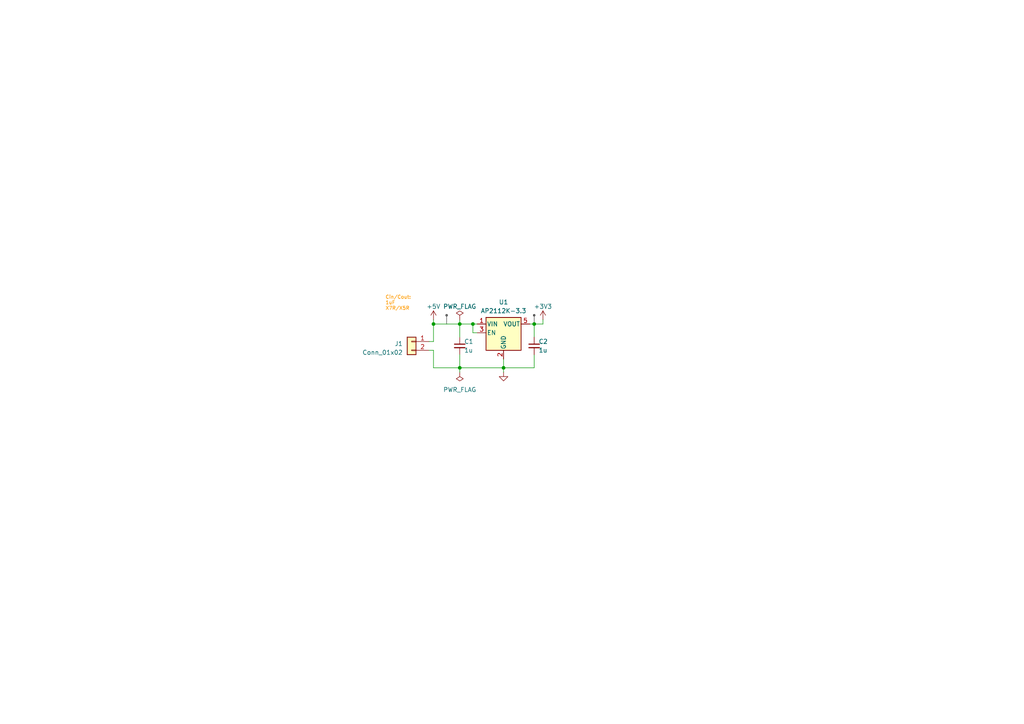
<source format=kicad_sch>
(kicad_sch (version 20231120) (generator "eeschema") (generator_version "8.0")
  (paper "A4")
  (title_block (title "Power") (date "2023-05-25") (rev "1.0") (company "Vas' lab"))
  (lib_symbols
    (symbol "Connector_Generic:Conn_01x02" (pin_names (offset 1.016) hide)
      (property "Reference" "J" (at 0 2.54 0))
      (property "Value" "Conn_01x02" (at 0 -5.08 0))
      (symbol "Conn_01x02_1_1"
        (rectangle (start -1.27 -2.413) (end 0 -2.667) (stroke (width 0.1524)))
        (rectangle (start -1.27 0.127) (end 0 -0.127) (stroke (width 0.1524)))
        (rectangle (start -1.27 1.27) (end 1.27 -3.81) (stroke (width 0.254)) (fill (type background)))
        (pin passive line (at -5.08 0 0) (length 3.81) (name "Pin_1") (number "1"))
        (pin passive line (at -5.08 -2.54 0) (length 3.81) (name "Pin_2") (number "2"))
      )
    )
    (symbol "Device:C_Small" (pin_numbers hide) (pin_names (offset 0.254) hide)
      (property "Reference" "C" (at 0.254 1.778 0))
      (property "Value" "C_Small" (at 0.254 -2.032 0))
      (symbol "C_Small_0_1"
        (polyline (pts (xy -1.524 -0.508) (xy 1.524 -0.508)) (stroke (width 0.3302)))
        (polyline (pts (xy -1.524 0.508) (xy 1.524 0.508)) (stroke (width 0.3048)))
      )
      (symbol "C_Small_1_1"
        (pin passive line (at 0 2.54 270) (length 2.032) (name "~") (number "1"))
        (pin passive line (at 0 -2.54 90) (length 2.032) (name "~") (number "2"))
      )
    )
    (symbol "Regulator_Linear:AP2112K-3.3" (pin_names (offset 0.254))
      (property "Reference" "U" (at -5.08 5.715 0))
      (property "Value" "AP2112K-3.3" (at 0 5.715 0))
      (symbol "AP2112K-3.3_0_1"
        (rectangle (start -5.08 4.445) (end 5.08 -5.08) (stroke (width 0.254)) (fill (type background)))
      )
      (symbol "AP2112K-3.3_1_1"
        (pin power_in line (at -7.62 2.54 0) (length 2.54) (name "VIN") (number "1"))
        (pin power_in line (at 0 -7.62 90) (length 2.54) (name "GND") (number "2"))
        (pin input line (at -7.62 0 0) (length 2.54) (name "EN") (number "3"))
        (pin no_connect line (at 5.08 0 180) (length 2.54) hide (name "NC") (number "4"))
        (pin power_out line (at 7.62 2.54 180) (length 2.54) (name "VOUT") (number "5"))
      )
    )
    (symbol "power:+3V3" (power) (pin_names (offset 0))
      (property "Value" "+3V3" (at 0 3.556 0))
      (symbol "+3V3_0_1"
        (polyline (pts (xy -0.762 1.27) (xy 0 2.54)))
        (polyline (pts (xy 0 0) (xy 0 2.54)))
        (polyline (pts (xy 0 2.54) (xy 0.762 1.27)))
      )
      (symbol "+3V3_1_1"
        (pin power_in line (at 0 0 90) (length 0) hide (name "+3V3") (number "1"))
      )
    )
    (symbol "power:+5V" (power) (pin_names (offset 0))
      (property "Value" "+5V" (at 0 3.556 0))
      (symbol "+5V_0_1"
        (polyline (pts (xy -0.762 1.27) (xy 0 2.54)))
        (polyline (pts (xy 0 0) (xy 0 2.54)))
        (polyline (pts (xy 0 2.54) (xy 0.762 1.27)))
      )
      (symbol "+5V_1_1"
        (pin power_in line (at 0 0 90) (length 0) hide (name "+5V") (number "1"))
      )
    )
    (symbol "power:GND" (power) (pin_names (offset 0))
      (property "Value" "GND" (at 0 -3.81 0))
      (symbol "GND_0_1"
        (polyline (pts (xy 0 0) (xy 0 -1.27) (xy 1.27 -1.27) (xy 0 -2.54) (xy -1.27 -1.27) (xy 0 -1.27)))
      )
      (symbol "GND_1_1"
        (pin power_in line (at 0 0 270) (length 0) hide (name "GND") (number "1"))
      )
    )
    (symbol "power:PWR_FLAG" (power) (pin_numbers hide) (pin_names (offset 0) hide)
      (property "Value" "PWR_FLAG" (at 0 3.81 0))
      (symbol "PWR_FLAG_0_0"
        (pin power_out line (at 0 0 90) (length 0) (name "pwr") (number "1"))
      )
      (symbol "PWR_FLAG_0_1"
        (polyline (pts (xy 0 0) (xy 0 1.27) (xy -1.016 1.905) (xy 0 2.54) (xy 1.016 1.905) (xy 0 1.27)))
      )
    )
  )
  (junction (at 133.35 106.68))
  (junction (at 137.16 93.98))
  (junction (at 133.35 93.98))
  (junction (at 146.05 106.68))
  (junction (at 125.73 93.98))
  (junction (at 154.94 93.98))
  (wire (pts (xy 124.46 99.06) (xy 125.73 99.06)))
  (wire (pts (xy 133.35 102.87) (xy 133.35 106.68)))
  (wire (pts (xy 133.35 106.68) (xy 146.05 106.68)))
  (wire (pts (xy 157.48 92.71) (xy 157.48 93.98)))
  (wire (pts (xy 124.46 101.6) (xy 125.73 101.6)))
  (wire (pts (xy 125.73 93.98) (xy 133.35 93.98)))
  (wire (pts (xy 157.48 93.98) (xy 154.94 93.98)))
  (wire (pts (xy 125.73 106.68) (xy 133.35 106.68)))
  (wire (pts (xy 153.67 93.98) (xy 154.94 93.98)))
  (wire (pts (xy 146.05 106.68) (xy 146.05 107.95)))
  (wire (pts (xy 146.05 104.14) (xy 146.05 106.68)))
  (wire (pts (xy 137.16 93.98) (xy 138.43 93.98)))
  (wire (pts (xy 133.35 106.68) (xy 133.35 107.95)))
  (wire (pts (xy 154.94 106.68) (xy 146.05 106.68)))
  (wire (pts (xy 125.73 101.6) (xy 125.73 106.68)))
  (wire (pts (xy 125.73 99.06) (xy 125.73 93.98)))
  (wire (pts (xy 154.94 97.79) (xy 154.94 93.98)))
  (wire (pts (xy 133.35 97.79) (xy 133.35 93.98)))
  (wire (pts (xy 125.73 92.71) (xy 125.73 93.98)))
  (wire (pts (xy 154.94 102.87) (xy 154.94 106.68)))
  (wire (pts (xy 138.43 96.52) (xy 137.16 96.52)))
  (wire (pts (xy 133.35 92.71) (xy 133.35 93.98)))
  (wire (pts (xy 133.35 93.98) (xy 137.16 93.98)))
  (wire (pts (xy 137.16 96.52) (xy 137.16 93.98)))
  (text "Cin/Cout:\n1uF\nX7R/X5R" (at 111.76 90.17 0) (effects (font (size 1 1)) (justify left bottom)))
  (netclass_flag "" (length 2.54) (shape dot) (at 154.94 93.98 0) (property "Netclass" "power" (effects (hide yes))))
  (netclass_flag "" (length 2.54) (shape dot) (at 129.54 93.98 0) (property "Netclass" "power" (effects (hide yes))))
  (symbol (lib_id "power:+5V") (at 125.73 92.71 0) (unit 1)
    (property "Reference" "#PWR01" (effects (hide yes)))
    (property "Value" "+5V" (at 125.73 88.9 0))
  )
  (symbol (lib_id "power:GND") (at 146.05 107.95 0) (unit 1)
    (property "Reference" "#PWR03" (effects (hide yes)))
    (property "Value" "GND" (effects (hide yes)))
  )
  (symbol (lib_id "Device:C_Small") (at 133.35 100.33 0) (unit 1)
    (property "Reference" "C1" (at 134.62 99.06 0) (effects (justify left)))
    (property "Value" "1u" (at 134.62 101.6 0) (effects (justify left)))
    (property "Footprint" "Capacitor_SMD:C_0805_2012Metric_Pad1.18x1.45mm_HandSolder" (effects (hide yes)))
  )
  (symbol (lib_id "power:PWR_FLAG") (at 133.35 107.95 180) (unit 1)
    (property "Reference" "#FLG02" (effects (hide yes)))
    (property "Value" "PWR_FLAG" (at 133.35 113.03 0))
  )
  (symbol (lib_id "Device:C_Small") (at 154.94 100.33 0) (unit 1)
    (property "Reference" "C2" (at 156.21 99.06 0) (effects (justify left)))
    (property "Value" "1u" (at 156.21 101.6 0) (effects (justify left)))
    (property "Footprint" "Capacitor_SMD:C_0805_2012Metric_Pad1.18x1.45mm_HandSolder" (effects (hide yes)))
  )
  (symbol (lib_id "power:+3V3") (at 157.48 92.71 0) (unit 1)
    (property "Reference" "#PWR02" (effects (hide yes)))
    (property "Value" "+3V3" (at 157.48 88.9 0))
  )
  (symbol (lib_id "Connector_Generic:Conn_01x02") (at 119.38 99.06 0) (mirror y) (unit 1) (exclude_from_sim yes) (in_bom no)
    (property "Reference" "J1" (at 116.84 99.695 0) (effects (justify left)))
    (property "Value" "Conn_01x02" (at 116.84 102.235 0) (effects (justify left)))
    (property "Footprint" "Connector_Wire:SolderWire-0.5sqmm_1x02_P4.6mm_D0.9mm_OD2.1mm" (effects (hide yes)))
  )
  (symbol (lib_id "Regulator_Linear:AP2112K-3.3") (at 146.05 96.52 0) (unit 1)
    (property "Reference" "U1" (at 146.05 87.63 0))
    (property "Value" "AP2112K-3.3" (at 146.05 90.17 0))
    (property "Footprint" "Package_TO_SOT_SMD:SOT-23-5_HandSoldering" (effects (hide yes)))
    (property "Datasheet" "https://www.diodes.com/assets/Datasheets/AP2112.pdf" (effects (hide yes)))
  )
  (symbol (lib_id "power:PWR_FLAG") (at 133.35 92.71 0) (unit 1)
    (property "Reference" "#FLG01" (effects (hide yes)))
    (property "Value" "PWR_FLAG" (at 133.35 88.9 0))
  )
)
</source>
